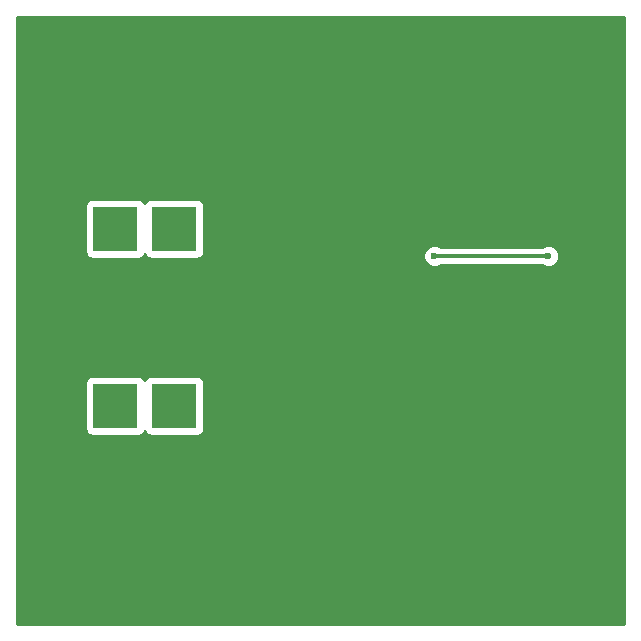
<source format=gbr>
G04 #@! TF.GenerationSoftware,KiCad,Pcbnew,(2017-08-08 revision 53204e097)-makepkg*
G04 #@! TF.CreationDate,2017-11-28T10:39:20+01:00*
G04 #@! TF.ProjectId,LMR1405001A,4C4D5231343035303031412E6B696361,rev?*
G04 #@! TF.SameCoordinates,Original*
G04 #@! TF.FileFunction,Copper,L1,Top,Signal*
G04 #@! TF.FilePolarity,Positive*
%FSLAX46Y46*%
G04 Gerber Fmt 4.6, Leading zero omitted, Abs format (unit mm)*
G04 Created by KiCad (PCBNEW (2017-08-08 revision 53204e097)-makepkg) date 11/28/17 10:39:20*
%MOMM*%
%LPD*%
G01*
G04 APERTURE LIST*
%ADD10C,0.450000*%
%ADD11C,6.400000*%
%ADD12R,3.810000X3.810000*%
%ADD13C,0.600000*%
%ADD14C,0.300000*%
%ADD15C,0.254000*%
G04 APERTURE END LIST*
D10*
X136349500Y-90792000D03*
X135049500Y-90792000D03*
X135049500Y-88192000D03*
X136349500Y-88192000D03*
X136349500Y-89492000D03*
X135049500Y-89492000D03*
D11*
X101600000Y-118872000D03*
X144780000Y-76200000D03*
X144780000Y-118872000D03*
X101600000Y-76200000D03*
D12*
X105822912Y-90003600D03*
X110822912Y-90003600D03*
X110822912Y-95003600D03*
X105822912Y-95003600D03*
X105816400Y-105003600D03*
X110816400Y-105003600D03*
X110822912Y-100003600D03*
X105822912Y-100003600D03*
D13*
X124206000Y-97536000D03*
X124206000Y-96774000D03*
X124206000Y-96012000D03*
X126238000Y-97536000D03*
X126238000Y-96774000D03*
X126238000Y-96012000D03*
X125222000Y-97536000D03*
X125222000Y-96774000D03*
X125222000Y-96012000D03*
X106680000Y-85344000D03*
X128993004Y-92672156D03*
X125469782Y-92706529D03*
X121929373Y-92654970D03*
X118388965Y-92775275D03*
X128818393Y-101165917D03*
X125273111Y-101218832D03*
X121701371Y-101192375D03*
X118103175Y-101165917D03*
X135763000Y-82550000D03*
X134874000Y-82550000D03*
X135763000Y-83312000D03*
X135763000Y-84074000D03*
X136652000Y-82550000D03*
X136652000Y-83312000D03*
X134874000Y-83312000D03*
X134874000Y-84074000D03*
X136652000Y-84073990D03*
X135763000Y-84836000D03*
X135763000Y-85598000D03*
X134874000Y-84836000D03*
X134874000Y-85598000D03*
X136651984Y-86360000D03*
X134874000Y-86360000D03*
X135763000Y-86360000D03*
X136652000Y-84836000D03*
X136652000Y-85598000D03*
X142494000Y-92328994D03*
X132842000Y-92329000D03*
D14*
X123906001Y-96474001D02*
X124206000Y-96774000D01*
X124206000Y-96012000D02*
X124206000Y-96774000D01*
X123906001Y-96311999D02*
X123906001Y-96474001D01*
X123952000Y-96266000D02*
X123906001Y-96311999D01*
X125222000Y-96012000D02*
X124206000Y-96012000D01*
X126238000Y-96774000D02*
X126238000Y-97536000D01*
X124922001Y-97236001D02*
X125222000Y-97536000D01*
X124968000Y-97028000D02*
X124922001Y-97073999D01*
X124922001Y-97073999D02*
X124922001Y-97236001D01*
X125222000Y-96774000D02*
X125222000Y-97536000D01*
X107104264Y-85344000D02*
X106680000Y-85344000D01*
X111381954Y-85344000D02*
X107104264Y-85344000D01*
X118388965Y-92351011D02*
X111381954Y-85344000D01*
X118388965Y-92775275D02*
X118388965Y-92351011D01*
X135763000Y-82550000D02*
X136652000Y-82550000D01*
X136652000Y-83312000D02*
X135763000Y-83312000D01*
X135763010Y-84073990D02*
X135763000Y-84074000D01*
X136187264Y-84074000D02*
X135763000Y-84074000D01*
X136525010Y-83947000D02*
X136398010Y-84074000D01*
X136652000Y-84073990D02*
X135763010Y-84073990D01*
X136398010Y-84074000D02*
X136187264Y-84074000D01*
X134874000Y-84074000D02*
X134874000Y-83312000D01*
X135890000Y-84836000D02*
X135763000Y-84836000D01*
X136652000Y-84836000D02*
X135890000Y-84836000D01*
X136652000Y-85598000D02*
X135763000Y-85598000D01*
X134874000Y-85598000D02*
X134874000Y-84836000D01*
X135763000Y-86360000D02*
X136651984Y-86360000D01*
X142493994Y-92329000D02*
X142494000Y-92328994D01*
X132842000Y-92329000D02*
X142493994Y-92329000D01*
D15*
G36*
X148896000Y-123496000D02*
X97484000Y-123496000D01*
X97484000Y-103098600D01*
X103263960Y-103098600D01*
X103263960Y-106908600D01*
X103313243Y-107156365D01*
X103453591Y-107366409D01*
X103663635Y-107506757D01*
X103911400Y-107556040D01*
X107721400Y-107556040D01*
X107969165Y-107506757D01*
X108179209Y-107366409D01*
X108316400Y-107161090D01*
X108453591Y-107366409D01*
X108663635Y-107506757D01*
X108911400Y-107556040D01*
X112721400Y-107556040D01*
X112969165Y-107506757D01*
X113179209Y-107366409D01*
X113319557Y-107156365D01*
X113368840Y-106908600D01*
X113368840Y-103098600D01*
X113319557Y-102850835D01*
X113179209Y-102640791D01*
X112969165Y-102500443D01*
X112721400Y-102451160D01*
X108911400Y-102451160D01*
X108663635Y-102500443D01*
X108453591Y-102640791D01*
X108316400Y-102846110D01*
X108179209Y-102640791D01*
X107969165Y-102500443D01*
X107721400Y-102451160D01*
X103911400Y-102451160D01*
X103663635Y-102500443D01*
X103453591Y-102640791D01*
X103313243Y-102850835D01*
X103263960Y-103098600D01*
X97484000Y-103098600D01*
X97484000Y-88098600D01*
X103270472Y-88098600D01*
X103270472Y-91908600D01*
X103319755Y-92156365D01*
X103460103Y-92366409D01*
X103670147Y-92506757D01*
X103917912Y-92556040D01*
X107727912Y-92556040D01*
X107975677Y-92506757D01*
X108185721Y-92366409D01*
X108322912Y-92161090D01*
X108460103Y-92366409D01*
X108670147Y-92506757D01*
X108917912Y-92556040D01*
X112727912Y-92556040D01*
X112938424Y-92514167D01*
X131906838Y-92514167D01*
X132048883Y-92857943D01*
X132311673Y-93121192D01*
X132655201Y-93263838D01*
X133027167Y-93264162D01*
X133370943Y-93122117D01*
X133379074Y-93114000D01*
X141956500Y-93114000D01*
X141963673Y-93121186D01*
X142307201Y-93263832D01*
X142679167Y-93264156D01*
X143022943Y-93122111D01*
X143286192Y-92859321D01*
X143428838Y-92515793D01*
X143429162Y-92143827D01*
X143287117Y-91800051D01*
X143024327Y-91536802D01*
X142680799Y-91394156D01*
X142308833Y-91393832D01*
X141965057Y-91535877D01*
X141956920Y-91544000D01*
X133379506Y-91544000D01*
X133372327Y-91536808D01*
X133028799Y-91394162D01*
X132656833Y-91393838D01*
X132313057Y-91535883D01*
X132049808Y-91798673D01*
X131907162Y-92142201D01*
X131906838Y-92514167D01*
X112938424Y-92514167D01*
X112975677Y-92506757D01*
X113185721Y-92366409D01*
X113326069Y-92156365D01*
X113375352Y-91908600D01*
X113375352Y-88098600D01*
X113326069Y-87850835D01*
X113185721Y-87640791D01*
X112975677Y-87500443D01*
X112727912Y-87451160D01*
X108917912Y-87451160D01*
X108670147Y-87500443D01*
X108460103Y-87640791D01*
X108322912Y-87846110D01*
X108185721Y-87640791D01*
X107975677Y-87500443D01*
X107727912Y-87451160D01*
X103917912Y-87451160D01*
X103670147Y-87500443D01*
X103460103Y-87640791D01*
X103319755Y-87850835D01*
X103270472Y-88098600D01*
X97484000Y-88098600D01*
X97484000Y-72084000D01*
X148896000Y-72084000D01*
X148896000Y-123496000D01*
X148896000Y-123496000D01*
G37*
X148896000Y-123496000D02*
X97484000Y-123496000D01*
X97484000Y-103098600D01*
X103263960Y-103098600D01*
X103263960Y-106908600D01*
X103313243Y-107156365D01*
X103453591Y-107366409D01*
X103663635Y-107506757D01*
X103911400Y-107556040D01*
X107721400Y-107556040D01*
X107969165Y-107506757D01*
X108179209Y-107366409D01*
X108316400Y-107161090D01*
X108453591Y-107366409D01*
X108663635Y-107506757D01*
X108911400Y-107556040D01*
X112721400Y-107556040D01*
X112969165Y-107506757D01*
X113179209Y-107366409D01*
X113319557Y-107156365D01*
X113368840Y-106908600D01*
X113368840Y-103098600D01*
X113319557Y-102850835D01*
X113179209Y-102640791D01*
X112969165Y-102500443D01*
X112721400Y-102451160D01*
X108911400Y-102451160D01*
X108663635Y-102500443D01*
X108453591Y-102640791D01*
X108316400Y-102846110D01*
X108179209Y-102640791D01*
X107969165Y-102500443D01*
X107721400Y-102451160D01*
X103911400Y-102451160D01*
X103663635Y-102500443D01*
X103453591Y-102640791D01*
X103313243Y-102850835D01*
X103263960Y-103098600D01*
X97484000Y-103098600D01*
X97484000Y-88098600D01*
X103270472Y-88098600D01*
X103270472Y-91908600D01*
X103319755Y-92156365D01*
X103460103Y-92366409D01*
X103670147Y-92506757D01*
X103917912Y-92556040D01*
X107727912Y-92556040D01*
X107975677Y-92506757D01*
X108185721Y-92366409D01*
X108322912Y-92161090D01*
X108460103Y-92366409D01*
X108670147Y-92506757D01*
X108917912Y-92556040D01*
X112727912Y-92556040D01*
X112938424Y-92514167D01*
X131906838Y-92514167D01*
X132048883Y-92857943D01*
X132311673Y-93121192D01*
X132655201Y-93263838D01*
X133027167Y-93264162D01*
X133370943Y-93122117D01*
X133379074Y-93114000D01*
X141956500Y-93114000D01*
X141963673Y-93121186D01*
X142307201Y-93263832D01*
X142679167Y-93264156D01*
X143022943Y-93122111D01*
X143286192Y-92859321D01*
X143428838Y-92515793D01*
X143429162Y-92143827D01*
X143287117Y-91800051D01*
X143024327Y-91536802D01*
X142680799Y-91394156D01*
X142308833Y-91393832D01*
X141965057Y-91535877D01*
X141956920Y-91544000D01*
X133379506Y-91544000D01*
X133372327Y-91536808D01*
X133028799Y-91394162D01*
X132656833Y-91393838D01*
X132313057Y-91535883D01*
X132049808Y-91798673D01*
X131907162Y-92142201D01*
X131906838Y-92514167D01*
X112938424Y-92514167D01*
X112975677Y-92506757D01*
X113185721Y-92366409D01*
X113326069Y-92156365D01*
X113375352Y-91908600D01*
X113375352Y-88098600D01*
X113326069Y-87850835D01*
X113185721Y-87640791D01*
X112975677Y-87500443D01*
X112727912Y-87451160D01*
X108917912Y-87451160D01*
X108670147Y-87500443D01*
X108460103Y-87640791D01*
X108322912Y-87846110D01*
X108185721Y-87640791D01*
X107975677Y-87500443D01*
X107727912Y-87451160D01*
X103917912Y-87451160D01*
X103670147Y-87500443D01*
X103460103Y-87640791D01*
X103319755Y-87850835D01*
X103270472Y-88098600D01*
X97484000Y-88098600D01*
X97484000Y-72084000D01*
X148896000Y-72084000D01*
X148896000Y-123496000D01*
M02*

</source>
